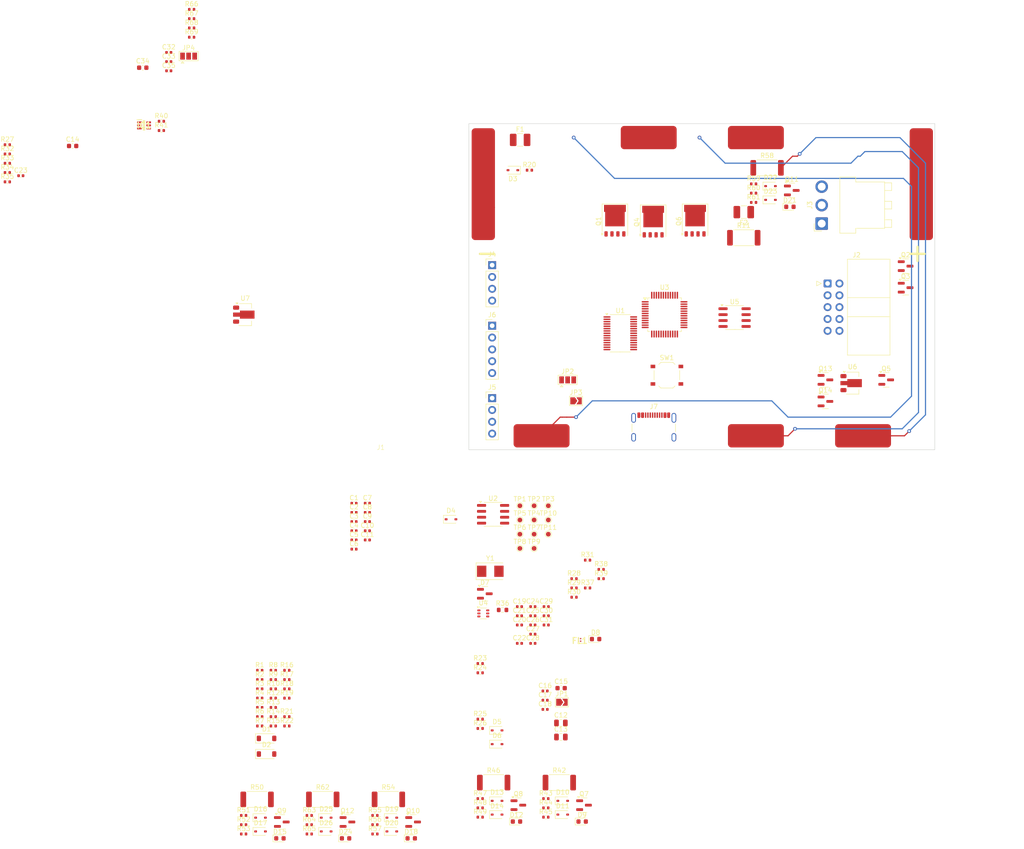
<source format=kicad_pcb>
(kicad_pcb (version 20240108) (generator "pcbnew") (generator_version "8.0")
  (layers (0 "F.Cu" signal) (31 "B.Cu" signal) (34 "B.Paste" user) (35 "F.Paste" user) (36 "B.SilkS" user "B.Silkscreen") (37 "F.SilkS" user "F.Silkscreen") (38 "B.Mask" user) (39 "F.Mask" user) (44 "Edge.Cuts" user))
  (net 0 "")
  (net 1 "/AFE/BAT")
  (net 2 "GND")
  (net 3 "/AFE/REGSRC")
  (net 4 "/MCU/OSC_IN")
  (net 5 "/MCU/OSC_OUT")
  (net 6 "+3V3")
  (net 7 "/REGOUT")
  (net 8 "Net-(U1-CAP2)")
  (net 9 "+5V")
  (net 10 "Net-(U1-CAP1)")
  (net 11 "Net-(D8-K)")
  (net 12 "Net-(D10-A)")
  (net 13 "Net-(D12-K)")
  (net 14 "Net-(D12-A)")
  (net 15 "Net-(D15-A)")
  (net 16 "Net-(D16-A)")
  (net 17 "Net-(D18-A)")
  (net 18 "Net-(D19-A)")
  (net 19 "Net-(D21-A)")
  (net 20 "Net-(D21-K)")
  (net 21 "/MCU_RST")
  (net 22 "/C6")
  (net 23 "/CANL")
  (net 24 "/CANH")
  (net 25 "/C5")
  (net 26 "/C4")
  (net 27 "/PACK-")
  (net 28 "/PACK+")
  (net 29 "/VC5X")
  (net 30 "/C3.5")
  (net 31 "Net-(Q14-D)")
  (net 32 "+3V3LDO")
  (net 33 "/C2")
  (net 34 "/MODE_BTN_B")
  (net 35 "/C3")
  (net 36 "/C1")
  (net 37 "/C0")
  (net 38 "/SRP")
  (net 39 "/SRN")
  (net 40 "/MCU/UART1_RX")
  (net 41 "/MCU/UART1_TX")
  (net 42 "/SCL")
  (net 43 "/SDA")
  (net 44 "/MCU/LED")
  (net 45 "Net-(U2-CANH)")
  (net 46 "Net-(U2-CANL)")
  (net 47 "/MCU/SWCLK")
  (net 48 "/MCU/SWDIO")
  (net 51 "Net-(IC1-BIAS)")
  (net 52 "/MCU/USB_DN")
  (net 53 "/MCU/USB_DP")
  (net 54 "/MCU/BOOT0")
  (net 55 "/MCU/CAN1_TX")
  (net 56 "Net-(IC1-REF)")
  (net 57 "/MCU/CAN1_RX")
  (net 58 "/ALERT")
  (net 59 "/MODE_BTN_A")
  (net 60 "/MCU/SPI2_MISO")
  (net 61 "/MCU/CAN1_S")
  (net 62 "/EXT Ideal Diode/A")
  (net 63 "Net-(D3-K)")
  (net 64 "/DISP_CS")
  (net 65 "Net-(D9-A)")
  (net 66 "Net-(D9-K)")
  (net 67 "/CT6")
  (net 68 "Net-(D13-A)")
  (net 69 "/CT5")
  (net 70 "Net-(D15-K)")
  (net 71 "/CT4")
  (net 72 "Net-(D18-K)")
  (net 73 "/CT3")
  (net 74 "Net-(D22-A)")
  (net 75 "/CT2")
  (net 76 "Net-(D24-K)")
  (net 77 "Net-(D24-A)")
  (net 78 "Net-(D25-A)")
  (net 79 "/CT1")
  (net 80 "/CELLS+")
  (net 81 "/CHG_EXT")
  (net 82 "/DISP_CLK")
  (net 83 "/DISP_DIN")
  (net 84 "/CT0")
  (net 85 "/MCU/UART2_RX")
  (net 86 "/MCU/UART2_TX")
  (net 87 "/MCU/I2C1_SDA")
  (net 88 "/MCU/I2C1_SCL")
  (net 90 "VBUS")
  (net 94 "Net-(J7-CC1)")
  (net 95 "Net-(Q1-PadS)")
  (net 96 "/CHG_G")
  (net 97 "/CHG_EN")
  (net 98 "Net-(Q2-G)")
  (net 99 "Net-(Q3-G)")
  (net 100 "/DSC_EN")
  (net 101 "/DSC_G")
  (net 102 "Net-(Q2-D)")
  (net 103 "Net-(Q3-D)")
  (net 105 "Net-(J7-CC2)")
  (net 107 "Net-(JP2-C)")
  (net 108 "Net-(JP3-A)")
  (net 109 "Net-(Q13-D)")
  (net 110 "Net-(Q13-G)")
  (net 111 "Net-(Q14-G)")
  (net 112 "/MODE_CTL")
  (net 113 "Net-(U1-TS2)")
  (net 114 "Net-(U2-TXD)")
  (net 115 "Net-(U2-RXD)")
  (net 116 "Net-(U2-STB)")
  (net 117 "Net-(U3-PA11)")
  (net 118 "Net-(U3-PA12)")
  (net 119 "Net-(U4-ST)")
  (net 140 "/MCU/SPI2_CS")
  (net 141 "/MCU/SPI2_SCK")
  (net 142 "/MCU/SPI2_MOSI")
  (footprint "Resistor_SMD:R_0402_1005Metric" (layer "F.Cu") (at 116.522 169.868)
    (property "Reference" "R43")
    (property "Value" "1k")
  )
  (footprint "LED_SMD:LED_0603_1608Metric" (layer "F.Cu") (at 168.9 42.86)
    (property "Reference" "D21")
    (property "Value" "BAL_1")
  )
  (footprint "TestPoint:TestPoint_Pad_D1.0mm" (layer "F.Cu") (at 114.002 107.018)
    (property "Reference" "TP2")
    (property "Value" "I2C1_SDA")
  )
  (footprint "Capacitor_SMD:C_0402_1005Metric" (layer "F.Cu") (at 75.352 112.388)
    (property "Reference" "C4")
    (property "Value" "1u")
  )
  (footprint "Resistor_SMD:R_0402_1005Metric" (layer "F.Cu") (at 58.032 154.278)
    (property "Reference" "R15")
    (property "Value" "1M")
  )
  (footprint "Package_TO_SOT_SMD:SOT-89-3" (layer "F.Cu") (at 182.3425 80.7)
    (property "Reference" "U6")
    (property "Value" "L78L05_SOT89")
  )
  (footprint "Capacitor_SMD:C_0402_1005Metric" (layer "F.Cu") (at 116.362 146.778)
    (property "Reference" "C16")
    (property "Value" "1u")
  )
  (footprint "Diode_SMD:D_SOD-323" (layer "F.Cu") (at 120.147 170.348)
    (property "Reference" "D10")
    (property "Value" "BZT52C6V8S")
  )
  (footprint "Diode_SMD:D_SOD-323" (layer "F.Cu") (at 106.057 170.348)
    (property "Reference" "D13")
    (property "Value" "BZT52C6V8S")
  )
  (footprint "Connector_JST:JST_VH_B3PS-VH_1x03_P3.96mm_Horizontal" (layer "F.Cu") (at 175.725 46.46 90)
    (property "Reference" "J3")
    (property "Value" "Power")
  )
  (footprint "Resistor_SMD:R_0402_1005Metric" (layer "F.Cu") (at 102.432 171.858)
    (property "Reference" "R48")
    (property "Value" "2M")
  )
  (footprint "Resistor_SMD:R_0402_1005Metric" (layer "F.Cu") (at 116.522 171.858)
    (property "Reference" "R44")
    (property "Value" "2M")
  )
  (footprint "Diode_SMD:D_SOD-323" (layer "F.Cu") (at 96.167 109.918)
    (property "Reference" "D4")
    (property "Value" "BZX584C3V3")
  )
  (footprint "TestPoint:TestPoint_Pad_D1.0mm" (layer "F.Cu") (at 117.052 107.018)
    (property "Reference" "TP3")
    (property "Value" "CAN1_RX")
  )
  (footprint "Capacitor_SMD:C_0402_1005Metric" (layer "F.Cu") (at 110.862 130.638)
    (property "Reference" "C21")
    (property "Value" "30p")
  )
  (footprint "Resistor_SMD:R_2512_6332Metric" (layer "F.Cu") (at 82.732 170.038)
    (property "Reference" "R54")
    (property "Value" "10R 2W 2512")
  )
  (footprint "Capacitor_SMD:C_0402_1005Metric" (layer "F.Cu") (at 78.222 114.358)
    (property "Reference" "C11")
    (property "Value" "0u1")
  )
  (footprint "Capacitor_SMD:C_0402_1005Metric" (layer "F.Cu") (at 116.362 150.718)
    (property "Reference" "C18")
    (property "Value" "470p")
  )
  (footprint "Resistor_SMD:R_2512_6332Metric" (layer "F.Cu") (at 119.412 166.428)
    (property "Reference" "R42")
    (property "Value" "10R 2W 2512")
  )
  (footprint "Jumper:SolderJumper-2_P1.3mm_Open_TrianglePad1.0x1.5mm" (layer "F.Cu") (at 123 84.5)
    (property "Reference" "JP3")
    (property "Value" "VUSB")
  )
  (footprint "Resistor_SMD:R_0402_1005Metric" (layer "F.Cu") (at 79.842 177.458)
    (property "Reference" "R57")
    (property "Value" "1k")
  )
  (footprint "Resistor_SMD:R_0402_1005Metric" (layer "F.Cu") (at 116.522 173.848)
    (property "Reference" "R45")
    (property "Value" "1k")
  )
  (footprint "Capacitor_SMD:C_0805_2012Metric" (layer "F.Cu") (at 119.752 156.648)
    (property "Reference" "C13")
    (property "Value" "10u 25V")
  )
  (footprint "Package_TO_SOT_SMD:SOT-23" (layer "F.Cu") (at 103.422 125.903)
    (property "Reference" "D7")
    (property "Value" "NUP2105L")
  )
  (footprint "Capacitor_SMD:C_0402_1005Metric" (layer "F.Cu") (at 110.862 136.548)
    (property "Reference" "C22")
    (property "Value" "30p")
  )
  (footprint "TestPoint:TestPoint_Pad_D1.0mm" (layer "F.Cu") (at 110.952 113.118)
    (property "Reference" "TP6")
    (property "Value" "SPI2_CSN")
  )
  (footprint "Button_Switch_SMD:SW_Push_1P1T_XKB_TS-1187A" (layer "F.Cu") (at 142.5 79)
    (property "Reference" "SW1")
    (property "Value" "RESET")
  )
  (footprint "Resistor_SMD:R_0402_1005Metric" (layer "F.Cu") (at 65.752 175.468)
    (property "Reference" "R64")
    (property "Value" "2M")
  )
  (footprint "Capacitor_SMD:C_0603_1608Metric" (layer "F.Cu") (at 119.802 146.158)
    (property "Reference" "C15")
    (property "Value" "1u")
  )
  (footprint "Resistor_SMD:R_0402_1005Metric" (layer "F.Cu") (at 102.432 173.848)
    (property "Reference" "R49")
    (property "Value" "1k")
  )
  (footprint "Resistor_SMD:R_0402_1005Metric" (layer "F.Cu") (at 0.955 35.515)
    (property "Reference" "R34")
    (property "Value" "10R")
  )
  (footprint "Resistor_SMD:R_0402_1005Metric" (layer "F.Cu") (at 161.11 37.94)
    (property "Reference" "R59")
    (property "Value" "1k")
  )
  (footprint "Resistor_SMD:R_0402_1005Metric" (layer "F.Cu") (at 122.572 122.668)
    (property "Reference" "R28")
    (property "Value" "1k")
  )
  (footprint "Resistor_SMD:R_0402_1005Metric" (layer "F.Cu") (at 128.392 120.678)
    (property "Reference" "R38")
    (property "Value" "5k1")
  )
  (footprint "Jumper:SolderJumper-3_P1.3mm_Open_Pad1.0x1.5mm" (layer "F.Cu") (at 121.2 80)
    (property "Reference" "JP2")
    (property "Value" "BOOT0")
  )
  (footprint "Package_TO_SOT_SMD:SOT-23" (layer "F.Cu") (at 59.852 174.883)
    (property "Reference" "Q9")
    (property "Value" "SI2301CDS-T1-GE3")
  )
  (footprint "Fuse:Fuse_1210_3225Metric_Pad1.42x2.65mm_HandSolder" (layer "F.Cu") (at 159 44 180)
    (property "Reference" "F2")
    (property "Value" "10A EXT fuse")
  )
  (footprint "Capacitor_SMD:C_0402_1005Metric" (layer "F.Cu") (at 35.595 11.705)
    (property "Reference" "C33")
    (property "Value" "1u")
  )
  (footprint "Resistor_SMD:R_2512_6332Metric" (layer "F.Cu") (at 164 34.5)
    (property "Reference" "R58")
    (property "Value" "10R 2W 2512")
  )
  (footprint "Resistor_SMD:R_0402_1005Metric" (layer "F.Cu") (at 161.11 41.92)
    (property "Reference" "R61")
    (property "Value" "1k")
  )
  (footprint "Connector_IDC:IDC-Header_2x05_P2.54mm_Horizontal" (layer "F.Cu") (at 176.9875 59.315)
    (property "Reference" "J2")
    (property "Value" "Front Panel")
  )
  (footprint "Capacitor_SMD:C_0402_1005Metric" (layer "F.Cu") (at 78.222 110.418)
    (property "Reference" "C9")
    (property "Value" "0u1")
  )
  (footprint "nturt_kicad_lib_EP6:HSBA3119_PRPAK5X6" (layer "F.Cu") (at 131.35 45.95 90)
    (property "Reference" "Q1")
    (property "Value" "HSBA3119")
  )
  (footprint "Capacitor_SMD:C_0402_1005Metric" (layer "F.Cu") (at 3.845 36.185)
    (property "Reference" "C23")
    (property "Value" "0u1")
  )
  (footprint "Resistor_SMD:R_0402_1005Metric" (layer "F.Cu") (at 122.572 124.658)
    (property "Reference" "R29")
    (property "Value" "100R")
  )
  (footprint "Resistor_SMD:R_0603_1608Metric" (layer "F.Cu") (at 107.232 129.378)
    (property "Reference" "R36")
    (property "Value" "1k")
  )
  (footprint "Resistor_SMD:R_0402_1005Metric" (layer "F.Cu") (at 125.482 118.688)
    (property "Reference" "R31")
    (property "Value" "10k")
  )
  (footprint "Capacitor_SMD:C_0402_1005Metric" (layer "F.Cu") (at 75.352 106.478)
    (property "Reference" "C1")
    (property "Value" "1u")
  )
  (footprint "Resistor_SMD:R_0402_1005Metric" (layer "F.Cu") (at 58.032 152.288)
    (property "Reference" "R14")
    (property "Value" "100R")
  )
  (footprint "TestPoint:TestPoint_Pad_D1.0mm" (layer "F.Cu") (at 114.002 110.068)
    (property "Reference" "TP4")
    (property "Value" "CAN1_TX")
  )
  (footprint "Capacitor_SMD:C_0402_1005Metric" (layer "F.Cu") (at 75.352 114.358)
    (property "Reference" "C5")
    (property "Value" "1u")
  )
  (footprint "Diode_SMD:D_SOD-323" (layer "F.Cu") (at 69.377 176.908)
    (property "Reference" "D26")
    (property "Value" "BZT52C6V8S")
  )
  (footprint "Package_TO_SOT_SMD:SOT-23" (layer "F.Cu") (at 110.622 171.273)
    (property "Reference" "Q8")
    (property "Value" "SI2301CDS-T1-GE3")
  )
  (footprint "Resistor_SMD:R_0402_1005Metric" (layer "F.Cu") (at 58.032 144.328)
    (property "Reference" "R9")
    (property "Value" "100R")
  )
  (footprint "Package_TO_SOT_SMD:SOT-23" (layer "F.Cu") (at 73.942 174.883)
    (property "Reference" "Q12")
    (property "Value" "SI2301CDS-T1-GE3")
  )
  (footprint "TestPoint:TestPoint_Pad_D1.0mm" (layer "F.Cu") (at 114.002 113.118)
    (property "Reference" "TP7")
    (property "Value" "SPI2_SCK")
  )
  (footprint "Crystal:Crystal_SMD_5032-2Pin_5.0x3.2mm" (layer "F.Cu") (at 104.602 121.078)
    (property "Reference" "Y1")
    (property "Value" "8MHz X49SM8MSD2SC")
  )
  (footprint "Fuse:Fuse_1210_3225Metric_Pad1.42x2.65mm_HandSolder" (layer "F.Cu") (at 111 28.5)
    (property "Reference" "F1")
    (property "Value" "10A battery fuse")
  )
  (footprint "Capacitor_SMD:C_0402_1005Metric" (layer "F.Cu") (at 116.602 128.668)
    (property "Reference" "C29")
    (property "Value" "0u1")
  )
  (footprint "Package_SO:TSSOP-30_4.4x7.8mm_P0.5mm" (layer "F.Cu") (at 132.5 70)
    (property "Reference" "U1")
    (property "Value" "BQ7693003")
  )
  (footprint "Diode_SMD:D_SOD-323" (layer "F.Cu") (at 106.057 173.298)
    (property "Reference" "D14")
    (property "Value" "BZT52C6V8S")
  )
  (footprint "Capacitor_SMD:C_0402_1005Metric" (layer "F.Cu") (at 75.352 110.418)
    (property "Reference" "C3")
    (property "Value" "1u")
  )
  (footprint "Resistor_SMD:R_2512_6332Metric" (layer "F.Cu") (at 159 49.5)
    (property "Reference" "R11")
    (property "Value" "1m")
  )
  (footprint "Resistor_SMD:R_0402_1005Metric" (layer "F.Cu") (at 161.11 39.93)
    (property "Reference" "R60")
    (property "Value" "2M")
  )
  (footprint "Resistor_SMD:R_0402_1005Metric" (layer "F.Cu") (at 102.432 142.868)
    (property "Reference" "R24")
    (property "Value" "100R")
  )
  (footprint "Resistor_SMD:R_0402_1005Metric" (layer "F.Cu") (at 58.032 142.338)
    (property "Reference" "R8")
    (property "Value" "1k")
  )
  (footprint "Resistor_SMD:R_0402_1005Metric" (layer "F.Cu") (at 102.432 152.818)
    (property "Reference" "R25")
    (property "Value" "10k")
  )
  (footprint "Resistor_SMD:R_0402_1005Metric" (layer "F.Cu") (at 60.942 146.318)
    (property "Reference" "R18")
    (property "Value" "100k")
  )
  (footprint "nturt_kicad_lib_EP6:HSBA3119_PRPAK5X6" (layer "F.Cu") (at 139.55 46.15 90)
    (property "Reference" "Q4")
    (property "Value" "HSBA3119")
  )
  (footprint "Diode_SMD:D_SOD-323" (layer "F.Cu") (at 55.287 176.908)
    (property "Reference" "D17")
    (property "Value" "BZT52C6V8S")
  )
  (footprint "Resistor_SMD:R_0402_1005Metric" (layer "F.Cu") (at 125.482 124.658)
    (property "Reference" "R37")
    (property "Value" "10k")
  )
  (footprint "Resistor_SMD:R_0402_1005Metric" (layer "F.Cu") (at 113 35)
    (property "Reference" "R20")
    (property "Value" "4k3")
  )
  (footprint "Resistor_SMD:R_0402_1005Metric" (layer "F.Cu") (at 55.122 144.328)
    (property "Reference" "R2")
    (property "Value" "1k")
  )
  (footprint "Capacitor_SMD:C_0603_1608Metric" (layer "F.Cu") (at 30.015 13.005)
    (property "Reference" "C34")
    (property "Value" "10u")
  )
  (footprint "Resistor_SMD:R_0402_1005Metric" (layer "F.Cu") (at 102.432 140.878)
    (property "Reference" "R23")
    (property "Value" "100R")
  )
  (footprint "Package_TO_SOT_SMD:SOT-23" (layer "F.Cu") (at 124.712 171.273)
    (property "Reference" "Q7")
    (property "Value" "SI2301CDS-T1-GE3")
  )
  (footprint "Package_SO:SOIC-8_3.9x4.9mm_P1.27mm" (layer "F.Cu") (at 105.202 108.848)
    (property "Reference" "U2")
    (property "Value" "TCAN1042VDRQ1")
  )
  (footprint "Resistor_SMD:R_0402_1005Metric" (layer "F.Cu") (at 65.752 173.478)
    (property "Reference" "R63")
    (property "Value" "1k")
  )
  (footprint "nturt_kicad_lib_EP6:6S_batteries_100mm_across" (layer "F.Cu") (at 81.1 95)
    (property "Reference" "J1")
    (property "Value" "Cell Pads")
  )
  (footprint "Diode_SMD:D_SOD-123" (layer "F.Cu") (at 56.587 160.298)
    (property "Reference" "D2")
    (property "Value" "27V")
  )
  (footprint "LED_SMD:LED_0603_1608Metric" (layer "F.Cu") (at 59.452 178.398)
    (property "Reference" "D15")
    (property "Value" "BAL_1")
  )
  (footprint "Resistor_SMD:R_0402_1005Metric" (layer "F.Cu") (at 40.505 6.465)
    (property "Reference" "R69")
    (property "Value" "1M")
  )
  (footprint "Resistor_SMD:R_0402_1005Metric" (layer "F.Cu") (at 51.662 175.468)
    (property "Reference" "R52")
    (property "Value" "2M")
  )
  (footprint "Diode_SMD:D_SOD-323" (layer "F.Cu") (at 83.467 173.958)
    (property "Reference" "D19")
    (property "Value" "BZT52C6V8S")
  )
  (footprint "Resistor_SMD:R_0402_1005Metric" (layer "F.Cu") (at 55.122 152.288)
    (property "Reference" "R6")
    (property "Value" "1k")
  )
  (footprint "Capacitor_SMD:C_0402_1005Metric" (layer "F.Cu") (at 113.732 128.668)
    (property "Reference" "C24")
    (property "Value" "10u 6V")
  )
  (footprint "Package_TO_SOT_SMD:SOT-23" (layer "F.Cu") (at 193.7325 60.215)
    (property "Reference" "Q3")
    (property "Value" "2N7002")
  )
  (footprint "Capacitor_SMD:C_0402_1005Metric" (layer "F.Cu") (at 78.222 112.388)
    (property "Reference" "C10")
    (property "Value" "0u1")
  )
  (footprint "Jumper:SolderJumper-3_P1.3mm_Open_Pad1.0x1.5mm" (layer "F.Cu") (at 39.855 10.525)
    (property "Reference" "JP4")
    (property "Value" "3V3 select")
  )
  (footprint "Package_TO_SOT_SMD:SOT-23" (layer "F.Cu") (at 176.5225 84.625)
    (property "Reference" "Q14")
    (property "Value" "AO3401A")
  )
  (footprint "Diode_SMD:D_SOD-323" (layer "F.Cu") (at 106.057 158.178)
    (property "Reference" "D6")
    (property "Value" "1N4148WS")
  )
  (footprint "TestPoint:TestPoint_Pad_D1.0mm" (layer "F.Cu") (at 117.052 113.118)
    (property "Reference" "TP11")
    (property "Value" "UART1_RX")
  )
  (footprint "Resistor_SMD:R_0402_1005Metric" (layer "F.Cu") (at 55.122 154.278)
    (property "Reference" "R7")
    (property "Value" "1k")
  )
  (footprint "Capacitor_SMD:C_0402_1005Metric" (layer "F.Cu") (at 35.595 13.675)
    (property "Reference" "C35")
    (property "Value" "10u")
  )
  (footprint "Diode_SMD:D_SOD-323" (layer "F.Cu") (at 120.147 173.298)
    (property "Reference" "D11")
    (property "Value" "BZT52C6V8S")
  )
  (footprint "LED_SMD:LED_0603_1608Metric" (layer "F.Cu") (at 73.542 178.398)
    (property "Reference" "D24")
    (property "Value" "BAL_1")
  )
  (footprint "Capacitor_SMD:C_0402_1005Metric" (layer "F.Cu") (at 116.602 132.608)
    (property "Reference" "C31")
    (property "Value" "0u1")
  )
  (footprint "Resistor_SMD:R_0402_1005Metric" (layer "F.Cu") (at 58.032 150.298)
    (property "Reference" "R13")
    (property "Value" "1k")
  )
  (footprint "Resistor_SMD:R_0402_1005Metric" (layer "F.Cu") (at 128.392 122.668)
    (property "Reference" "R39")
    (property "Value" "5k1")
  )
  (footprint "Capacitor_SMD:C_0402_1005Metric" (layer "F.Cu") (at 35.595 9.735)
    (property "Reference" "C32")
    (property "Value" "1u")
  )
  (footprint "Package_TO_SOT_SMD:SOT-23" (layer "F.Cu") (at 169.3 39.345)
    (property "Reference" "Q11")
    (property "Value" "SI2301CDS-T1-GE3")
  )
  (footprint "Resistor_SMD:R_0402_1005Metric" (layer "F.Cu") (at 55.122 150.298)
    (property "Reference" "R5")
    (property "Value" "1k")
  )
  (footprint "Diode_SMD:D_SOD-123" (layer "F.Cu") (at 56.587 156.948)
    (property "Reference" "D1")
    (property "Value" "27V")
  )
  (footprint "Resistor_SMD:R_0402_1005Metric" (layer "F.Cu") (at 0.955 29.545)
    (property "Reference" "R27")
    (property "Value" "10k")
  )
  (footprint "TestPoint:TestPoint_Pad_D1.0mm" (layer "F.Cu") (at 110.952 110.068)
    (property "Reference" "TP5")
    (property "Value" "CAN1_S")
  )
  (footprint "Capacitor_SMD:C_0402_1005Metric" (layer "F.Cu") (at 75.352 108.448)
    (property "Reference" "C2")
    (property "Value" "1u")
  )
  (footprint "LED_SMD:LED_0603_1608Metric" (layer "F.Cu") (at 127.202 135.628)
    (property "Reference" "D8")
    (property "Value" "WHITE")
  )
  (footprint "Connector_PinHeader_2.54mm:PinHeader_1x05_P2.54mm_Vertical" (layer "F.Cu") (at 105 68.38)
    (property "Reference" "J6")
    (property "Value" "SWD")
  )
  (footprint "Diode_SMD:D_SOD-323" (layer "F.Cu") (at 69.377 173.958)
    (property "Reference" "D25")
    (property "Value" "BZT52C6V8S")
  )
  (footprint "Package_TO_SOT_SMD:SOT-23" (layer "F.Cu") (at 189.5625 80)
    (property "Reference" "Q5")
    (property "Value" "2N7002")
  )
  (footprint "Resistor_SMD:R_2512_6332Metric" (layer "F.Cu") (at 54.552 170.038)
    (property "Reference" "R50")
    (property "Value" "10R 2W 2512")
  )
  (footprint "LED_SMD:LED_0603_1608Metric" (layer "F.Cu") (at 124.312 174.788)
    (property "Reference" "D9")
    (property "Value" "BAL_1")
  )
  (footprint "Resistor_SMD:R_0402_1005Metric" (layer "F.Cu") (at 60.942 154.278)
    (property "Reference" "R22")
    (property "Value" "47k")
  )
  (footprint "Resistor_SMD:R_0402_1005Metric" (layer "F.Cu") (at 51.662 173.478)
    (property "Reference" "R51")
    (property "Value" "1k")
  )
  (footprint "Diode_SMD:D_SOD-323" (layer "F.Cu") (at 164.735 41.37)
    (property "Reference" "D23")
    (property "Value" "BZT52C6V8S")
  )
  (footprint "Capacitor_SMD:C_0402_1005Metric" (layer "F.Cu") (at 75.352 116.328)
    (property "Reference" "C6")
    (property "Value" "1u")
  )
  (footprint "Resistor_SMD:R_0402_1005Metric" (layer "F.Cu") (at 60.942 152.288)
    (property "Reference" "R21")
    (property "Value" "15k")
  )
  (footprint "Capacitor_SMD:C_0402_1005Metric" (layer "F.Cu") (at 113.732 134.578)
    (property "Reference" "C27")
    (property "Value" "10u 6V")
  )
  (footprint "Resistor_SMD:R_0402_1005Metric" (layer "F.Cu") (at 0.955 33.525)
    (property "Reference" "R33")
    (property "Value" "4k7")
  )
  (footprint "Resistor_SMD:R_0402_1005Metric" (layer "F.Cu") (at 40.505 4.475)
    (property "Reference" "R68")
    (property "Value" "470k")
  )
  (footprint "Resistor_SMD:R_0402_1005Metric" (layer "F.Cu") (at 79.842 173.478)
    (property "Reference" "R55")
    (property "Value" "1k")
  )
  (footprint "Capacitor_SMD:C_0402_1005Metric" (layer "F.Cu") (at 113.732 136.548)
    (property "Reference" "C28")
    (property "Value" "0u1")
  )
  (footprint "Capacitor_SMD:C_0603_1608Metric" (layer "F.Cu") (at 14.965 29.805)
    (property "Reference" "C14")
    (property "Value" "4u7 16V")
  )
  (footprint "Diode_SMD:D_SOD-323" (layer "F.Cu") (at 164.735 38.42)
    (property "Reference" "D22")
    (property "Value" "BZT52C6V8S")
  )
  (footprint "Resistor_SMD:R_0402_1005Metric" (layer "F.Cu") (at 55.122 146.318)
    (property "Reference" "R3")
    (property "Value" "1k")
  )
  (footprint "TestPoint:TestPoint_Pad_D1.0mm" (layer "F.Cu") (at 110.952 107.018)
    (property "Reference" "TP1")
    (property "Value" "I2C1_SCL")
  )
  (footprint "nturt_kicad_lib_EP6:HSBA3119_PRPAK5X6" (layer "F.Cu") (at 148.55 45.95 90)
    (property "Reference" "Q6")
    (property "Value" "HSBA3119")
  )
  (footprint "Package_TO_SOT_SMD:SOT-23" (layer "F.Cu") (at 193.7325 55.59)
    (property "Reference" "Q2")
    (property "Value" "2N7002")
  )
  (footprint "LED_SMD:LED_0603_1608Metric" (layer "F.Cu") (at 87.632 178.398)
    (property "Reference" "D18")
    (property "Value" "BAL_1")
  )
  (footprint "Resistor_SMD:R_0402_1005Metric" (layer "F.Cu") (at 0.955 37.505)
    (property "Reference" "R35")
    (property "Value" "10R")
  )
  (footprint "Package_SO:SOIC-8_3.9x4.9mm_P1.27mm" (layer "F.Cu") (at 157.025 66.635)
    (property "Reference" "U5")
    (property "Value" "CAT24C256")
  )
  (footprint "Capacitor_SMD:C_0402_1005Metric" (layer "F.Cu") (at 113.732 130.638)
    (property "Reference" "C25")
    (property "Value" "10u 6V")
  )
  (footprint "Resistor_SMD:R_0402_1005Metric" (layer "F.Cu") (at 0.955 31.535)
    (property "Reference" "R32")
    (property "Value" "4k7")
  )
  (footprint "TestPoint:TestPoint_Pad_D1.0mm" (layer "F.Cu") (at 117.052 110.068)
    (property "Reference" "TP10")
    (property "Value" "UART1_TX")
  )
  (footprint "Capacitor_SMD:C_0402_1005Metric" (layer "F.Cu") (at 78.222 106.478)
    (property "Reference" "C7")
    (property "Value" "1u")
  )
  (footprint "Resistor_SMD:R_0402_1005Metric" (layer "F.Cu") (at 122.572 126.648)
    (property "Reference" "R30")
    (property "Value" "100R")
  )
  (footprint "Resistor_SMD:R_2512_6332Metric" (layer "F.Cu") (at 105.322 166.428)
    (property "Reference" "R46")
    (property "Value" "10R 2W 2512")
  )
  (footprint "Resistor_SMD:R_0402_1005Metric" (layer "F.Cu") (at 58.032 146.318)
    (property "Reference" "R10")
    (property "Value" "100k")
  )
  (footprint "Resistor_SMD:R_0402_1005Metric" (layer "F.Cu") (at 51.662 177.458)
    (property "Reference" "R53")
    (property "Value" "1k")
  )
  (footprint "Resistor_SMD:R_0402_1005Metric" (layer "F.Cu") (at 55.122 142.338)
    (property "Reference" "R1")
    (property "Value" "1k")
  )
  (footprint "Resistor_SMD:R_0402_1005Metric" (layer "F.Cu") (at 55.122 148.308)
    (property "Reference" "R4")
    (property "Value" "1k")
  )
  (footprint "Package_QFP:LQFP-48_7x7mm_P0.5mm" (layer "F.Cu") (at 142 66)
    (property "Reference" "U3")
    (property "Value" "STM32F103C8Tx")
  )
  (footprint "Package_TO_SOT_SMD:SOT-363_SC-70-6" (layer "F.Cu") (at 103.102 130.123)
    (property "Reference" "U4")
    (property "Value" "LM66100DCK")
  )
  (footprint "Package_TO_SOT_SMD:SOT-89-3" (layer "F.Cu") (at 52 66)
    (property "Reference" "U7")
    (property "Value" "HT7533")
  )
  (footprint "TestPoint:TestPoint_Pad_D1.0mm" (layer "F.Cu") (at 110.952 116.168)
    (property "Reference" "TP8")
    (property "Value" "SPI2_MISO")
  )
  (footprint "Package_TO_SOT_SMD:SOT-23" (layer "F.Cu") (at 176.5225 80)
    (property "Reference" "Q13")
    (property "Value" "2N7002")
  )
  (footprint "Resistor_SMD:R_0402_1005Metric" (layer "F.Cu") (at 60.942 142.338)
    (property "Reference" "R16")
    (property "Value" "1M")
  )
  (footprint "Resistor_SMD:R_0402_1005Metric" (layer "F.Cu") (at 34.015 24.505)
    (property "Reference" "R40")
    (property "Value" "Rref")
  )
  (footprint "Resistor_SMD:R_0402_1005Metric" (layer "F.Cu") (at 60.942 144.328)
    (property "Reference" "R17")
    (property "Value" "100k")
  )
  (footprint "Diode_SMD:D_SOD-323" (layer "F.Cu") (at 106.057 155.228)
    (property "Reference" "D5")
    (property "Value" "1N4148WS")
  )
  (footprint "SamacSys_Parts_EP6:SOT65P210X110-6N" (layer "F.Cu") (at 30.285 25.385)
    (property "Reference" "IC1")
    (property "Value" "DZDH0401DW-7" (hide yes))
  )
  (footprint "Resistor_SMD:R_2512_6332Metric" (layer "F.Cu") (at 68.642 170.038)
    (property "Reference" "R62")
    (property "Value" "10R 2W 2512")
  )
  (footprint "Capacitor_SMD:C_0402_1005Metric" (layer "F.Cu") (at 78.222 108.448)
    (property "Reference" "C8")
    (property "Value" "1u")
  )
  (footprint "Diode_SMD:D_SOD-323" (layer "F.Cu") (at 55.287 173.958)
    (property "Reference" "D16")
    (property "Value" "BZT52C6V8S")
  )
  (footprint "Capacitor_SMD:C_0805_2012Metric" (layer "F.Cu") (at 119.752 153.638)
    (property "Reference" "C12")
    (property "Value" "10u 25V")
  )
  (footprint "Capacitor_SMD:C_0402_1005Metric" (layer "F.Cu") (at 110.862 128.668)
    (property "Reference" "C19")
    (property "Value" "0u1")
  )
  (footprint "Connector_PinHeader_2.54mm:PinHeader_1x04_P2.54mm_Vertical" (layer "F.Cu") (at 105 83.92)
    (property "Reference" "J5")
    (property "Value" "I2C")
  )
  (footprint "Resistor_SMD:R_0402_1005Metric" (layer "F.Cu") (at 60.942 148.308)
    (property "Reference" "R19")
    (property "Value" "100k")
  )
  (footprint "Capacitor_SMD:C_0402_1005Metric" (layer "F.Cu") (at 116.362 148.748)
    (property "Reference" "C17")
    (property "Value" "1u")
  )
  (footprint "Connector_PinHeader_2.54mm:PinHeader_1x04_P2.54mm_Vertical" (layer "F.Cu") (at 105 55.38)
    (property "Reference" "J4")
    (property "Value" "UART")
  )
  (footprint "LED_SMD:LED_0603_1608Metric" (layer "F.Cu") (at 110.222 174.788)
    (property "Reference" "D12")
    (property "Value" "BAL_1")
  )
  (footprint "Resistor_SMD:R_0402_1005Metric" (layer "F.Cu") (at 34.015 26.495)
    (property "Reference" "R41")
    (property "Value" "Rbias")
  )
  (footprint "Resistor_SMD:R_0402_1005Metric" (layer "F.Cu") (at 65.752 177.458)
    (property "Reference" "R65")
    (property "Value" "1k")
  )
  (footprint "Resistor_SMD:R_0402_1005Metric" (layer "F.Cu") (at 102.432 169.868)
    (property "Reference" "R47")
    (property "Value" "1k")
  )
  (footprint "SamacSys_Parts_EP6:EXCX4CE900U" (layer "F.Cu") (at 123.774 135.808)
    (property "Reference" "FL1")
    (property "Value" "EXC-X4CE900U" (hide yes))
  )
  (footprint "Package_TO_SOT_SMD:SOT-23" (layer "F.Cu") (at 88.032 174.883)
    (property "Reference" "Q10")
    (property "Value" "SI2301CDS-T1-GE3")
  )
  (footprint "Capacitor_SMD:C_0402_1005Metric" (layer "F.Cu") (at 116.602 130.638)
    (property "Reference" "C30")
    (property "Value" "0u1")
  )
  (footprint "Capacitor_SMD:C_0402_1005Metric" (layer "F.Cu") (at 113.732 132.608)
    (property "Reference" "C26")
    (property "Value" "10u 6V")
  )
  (footprint "Resistor_SMD:R_0402_1005Metric" (layer "F.Cu") (at 102.432 154.808)
    (property "Reference" "R26")
    (property "Value" "500k")
  )
  (footprint "Connector_USB:USB_C_Receptacle_GCT_USB4105-xx-A_16P_TopMnt_Horizontal" (layer "F.Cu") (at 139.68 91.25)
    (property "Reference" "J7")
    (property "Value" "USB_C_stm32")
  )
  (footprint "Resistor_SMD:R_0402_1005Metric" (layer "F.Cu") (at 79.842 175.468)
    (property "Reference" "R56")
    (property "Value" "2M")
  )
  (footprint "Resistor_SMD:R_0402_1005Metric" (layer "F.Cu") (at 40.505 0.495)
    (property "Reference" "R66")
    (property "Value" "1k")
  )
  (footprint "Jumper:SolderJumper-2_P1.3mm_Open_TrianglePad1.0x1.5mm" (layer "F.Cu") (at 119.972 149.188)
    (property "Reference" "JP1")
    (property "Value" "REGSRC bypass")
  )
  (footprint "TestPoint:TestPoint_Pad_D1.0mm" (layer "F.Cu") (at 114.002 116.168)
    (property "Reference" "TP9")
    (property "Value" "SPI2_MOSI")
  )
  (footprint "Resistor_SMD:R_0402_1005Metric" (layer "F.Cu") (at 40.505 2.485)
    (property "Reference" "R67")
    (property "Value" "1M")
  )
  (footprint "Resistor_SMD:R_0402_1005Metric" (layer "F.Cu") (at 58.032 148.308)
    (property "Reference" "R12")
    (property "Value" "1k")
  )
  (footprint "Diode_SMD:D_SOD-323" (layer "F.Cu") (at 83.467 176.908)
    (property "Reference" "D20")
    (property "Value" "BZT52C6V8S")
  )
  (footprint "Diode_SMD:D_SOD-323" (layer "F.Cu") (at 109.45 35 180)
    (property "Reference" "D3")
    (property "Value" "1N4148WS")
  )
  (footprint "Capacitor_SMD:C_0402_1005Metric" (layer "F.Cu") (at 110.862 132.608)
    (property "Reference" "C20")
    (property "Value" "0u1")
  )
  (gr_rect (start 100 25) (end 200 95) (stroke (width 0.1)) (fill none) (layer "Edge.Cuts"))
  (segment (start 103.1 40.6) (end 105.5 43) (width 0.25) (layer "F.Cu") (net 67))
  (segment (start 103.1 38) (end 103.1 40.6) (width 0.25) (layer "F.Cu") (net 67))
  (segment (start 120 88) (end 121 88) (width 0.25) (layer "F.Cu") (net 69))
  (segment (start 119.6 88) (end 120 88) (width 0.25) (layer "F.Cu") (net 69))
  (segment (start 121 88) (end 123 88) (width 0.25) (layer "F.Cu") (net 69))
  (segment (start 115.6 92) (end 119.6 88) (width 0.25) (layer "F.Cu") (net 69))
  (via (at 122.5 28) (size 0.8) (drill 0.4) (layers "F.Cu" "B.Cu") (net 69))
  (via (at 123 88) (size 0.8) (drill 0.4) (layers "F.Cu" "B.Cu") (net 69))
  (segment (start 168.5 88) (end 190.5 88) (width 0.25) (layer "B.Cu") (net 69))
  (segment (start 195 83.5) (end 195 38.5) (width 0.25) (layer "B.Cu") (net 69))
  (segment (start 190.5 88) (end 195 83.5) (width 0.25) (layer "B.Cu") (net 69))
  (segment (start 165 84.5) (end 168.5 88) (width 0.25) (layer "B.Cu") (net 69))
  (segment (start 126.5 84.5) (end 165 84.5) (width 0.25) (layer "B.Cu") (net 69))
  (segment (start 193.265 36.765) (end 131.265 36.765) (width 0.25) (layer "B.Cu") (net 69))
  (segment (start 195 38.5) (end 193.265 36.765) (width 0.25) (layer "B.Cu") (net 69))
  (segment (start 131.265 36.765) (end 122.5 28) (width 0.25) (layer "B.Cu") (net 69))
  (segment (start 123 88) (end 126.5 84.5) (width 0.25) (layer "B.Cu") (net 69))
  (segment (start 168.5 92) (end 170 90.5) (width 0.25) (layer "F.Cu") (net 73))
  (segment (start 161.6 92) (end 168.5 92) (width 0.25) (layer "F.Cu") (net 73))
  (via (at 149.5 28) (size 0.8) (drill 0.4) (layers "F.Cu" "B.Cu") (net 73))
  (via (at 170 90.5) (size 0.8) (drill 0.4) (layers "F.Cu" "B.Cu") (net 73))
  (segment (start 196.5 34.5) (end 193 31) (width 0.25) (layer "B.Cu") (net 73))
  (segment (start 185 31) (end 184 32) (width 0.25) (layer "B.Cu") (net 73))
  (segment (start 193 90.5) (end 196.5 87) (width 0.25) (layer "B.Cu") (net 73))
  (segment (start 170 90.5) (end 193 90.5) (width 0.25) (layer "B.Cu") (net 73))
  (segment (start 193 31) (end 185 31) (width 0.25) (layer "B.Cu") (net 73))
  (segment (start 184 32) (end 183.5 32) (width 0.25) (layer "B.Cu") (net 73))
  (segment (start 155 33.5) (end 149.5 28) (width 0.25) (layer "B.Cu") (net 73))
  (segment (start 183.5 32) (end 182 33.5) (width 0.25) (layer "B.Cu") (net 73))
  (segment (start 182 33.5) (end 155 33.5) (width 0.25) (layer "B.Cu") (net 73))
  (segment (start 196.5 87) (end 196.5 34.5) (width 0.25) (layer "B.Cu") (net 73))
  (segment (start 184.6 92) (end 193.5 92) (width 0.25) (layer "F.Cu") (net 79))
  (segment (start 171 31.5) (end 170.5 32) (width 0.25) (layer "F.Cu") (net 79))
  (segment (start 170.5 32) (end 169.4625 32) (width 0.25) (layer "F.Cu") (net 79))
  (segment (start 169.4625 32) (end 166.9625 34.5) (width 0.25) (layer "F.Cu") (net 79))
  (segment (start 193.5 92) (end 194.5 91) (width 0.25) (layer "F.Cu") (net 79))
  (via (at 194.5 91) (size 0.8) (drill 0.4) (layers "F.Cu" "B.Cu") (net 79))
  (via (at 171 31.5) (size 0.8) (drill 0.4) (layers "F.Cu" "B.Cu") (net 79))
  (segment (start 174.5 28) (end 171 31.5) (width 0.25) (layer "B.Cu") (net 79))
  (segment (start 198 87.5) (end 198 33.5) (width 0.25) (layer "B.Cu") (net 79))
  (segment (start 194.5 91) (end 198 87.5) (width 0.25) (layer "B.Cu") (net 79))
  (segment (start 192.5 28) (end 174.5 28) (width 0.25) (layer "B.Cu") (net 79))
  (segment (start 198 33.5) (end 192.5 28) (width 0.25) (layer "B.Cu") (net 79))
)
</source>
